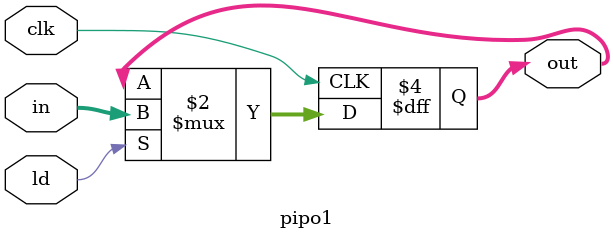
<source format=v>
module pipo1(out,in,ld,clk);
    output reg [15:0]out;
    input [15:0]in;
    input ld;
    input clk;
    always @ (posedge clk) begin
        if(ld) 
            out <= in;
    end
endmodule
</source>
